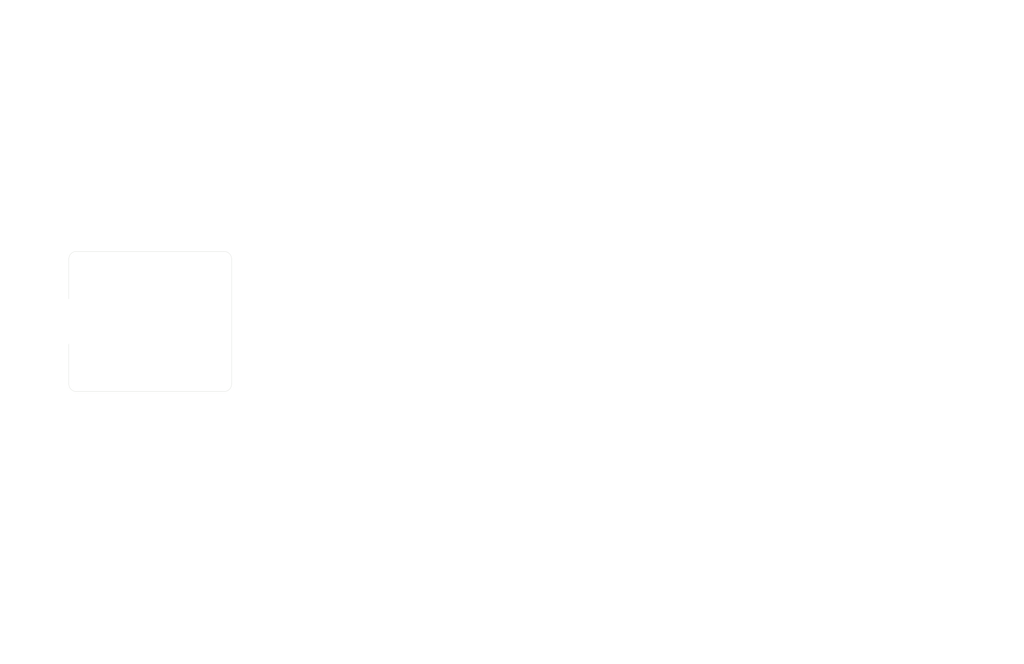
<source format=kicad_pcb>
(kicad_pcb (version 20240108) (generator "pcbnew") (generator_version "8.0")
  (title_block (title "Example Project") (date "2024-06-30") (rev "rev01_1"))
  (layers (0 "F.Cu" signal) (31 "B.Cu" signal) (34 "B.Paste" user) (35 "F.Paste" user) (36 "B.SilkS" user "B.Silkscreen") (37 "F.SilkS" user "F.Silkscreen") (38 "B.Mask" user) (39 "F.Mask" user) (44 "Edge.Cuts" user))
  (net 0 "")
  (footprint "MountingHole:MountingHole_2.7mm_M2.5" (layer "F.Cu") (at 228.37868 128.37868)
    (property "Reference" "MH2" (hide yes))
    (property "Value" "MountingHole_2.7mm_M2.5" (hide yes))
    (pad "" np_thru_hole circle (at 0 0) (size 2.7 2.7) (drill 2.7) (layers "*.Cu" "*.Mask"))
  )
  (footprint "MountingHole:MountingHole_2.7mm_M2.5" (layer "F.Cu") (at 170.37868 177.37868)
    (property "Reference" "MH3" (hide yes))
    (property "Value" "MountingHole_2.7mm_M2.5" (hide yes))
    (pad "" np_thru_hole circle (at 0 0) (size 2.7 2.7) (drill 2.7) (layers "*.Cu" "*.Mask"))
  )
  (footprint "MountingHole:MountingHole_2.7mm_M2.5" (layer "F.Cu") (at 170.37868 128.37868)
    (property "Reference" "MH1" (hide yes))
    (property "Value" "MountingHole_2.7mm_M2.5" (hide yes))
    (pad "" np_thru_hole circle (at 0 0) (size 2.7 2.7) (drill 2.7) (layers "*.Cu" "*.Mask"))
  )
  (footprint "MountingHole:MountingHole_2.7mm_M2.5" (layer "F.Cu") (at 228.37868 177.37868)
    (property "Reference" "MH4" (hide yes))
    (property "Value" "MountingHole_2.7mm_M2.5" (hide yes))
    (pad "" np_thru_hole circle (at 0 0) (size 2.7 2.7) (drill 2.7) (layers "*.Cu" "*.Mask"))
  )
  (gr_arc (start 228.87868 124.87868) (mid 231 125.75736) (end 231.87868 127.87868) (stroke (width 0.1)) (layer "Edge.Cuts"))
  (gr_line (start 231.87868 177.87868) (end 231.87868 127.87868) (stroke (width 0.1)) (layer "Edge.Cuts"))
  (gr_line (start 166.87868 127.87868) (end 166.87868 143.87868) (stroke (width 0.1)) (layer "Edge.Cuts"))
  (gr_arc (start 169.87868 180.87868) (mid 167.75736 180) (end 166.87868 177.87868) (stroke (width 0.1)) (layer "Edge.Cuts"))
  (gr_line (start 169.87868 180.87868) (end 228.87868 180.87868) (stroke (width 0.1)) (layer "Edge.Cuts"))
  (gr_arc (start 231.87868 177.87868) (mid 231 180) (end 228.87868 180.87868) (stroke (width 0.1)) (layer "Edge.Cuts"))
  (gr_arc (start 166.87868 127.87868) (mid 167.75736 125.75736) (end 169.87868 124.87868) (stroke (width 0.1)) (layer "Edge.Cuts"))
  (gr_line (start 166.87868 161.87868) (end 166.87868 177.87868) (stroke (width 0.1)) (layer "Edge.Cuts"))
  (gr_line (start 228.87868 124.87868) (end 169.87868 124.87868) (stroke (width 0.1)) (layer "Edge.Cuts"))
)
</source>
